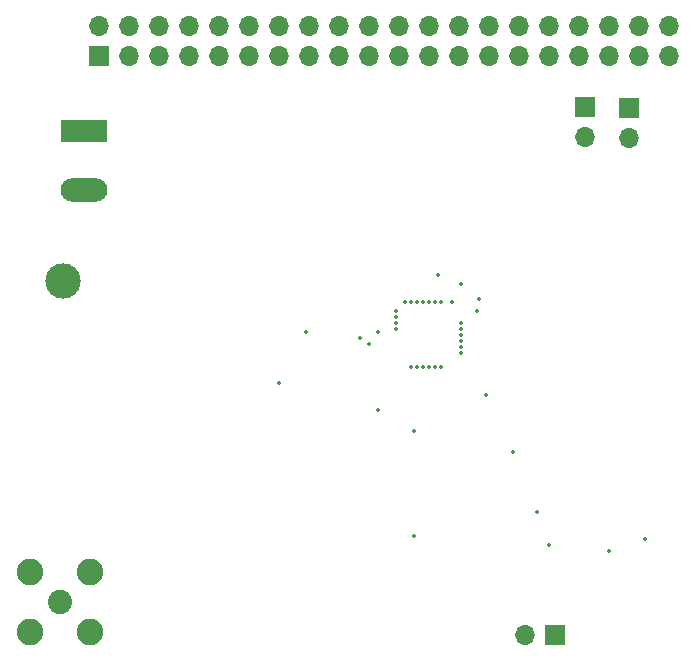
<source format=gbr>
G04 #@! TF.GenerationSoftware,KiCad,Pcbnew,(5.0.0)*
G04 #@! TF.CreationDate,2019-04-02T14:56:13-03:00*
G04 #@! TF.ProjectId,basic-hat,62617369632D6861742E6B696361645F,rev?*
G04 #@! TF.SameCoordinates,Original*
G04 #@! TF.FileFunction,Copper,L4,Bot,Signal*
G04 #@! TF.FilePolarity,Positive*
%FSLAX46Y46*%
G04 Gerber Fmt 4.6, Leading zero omitted, Abs format (unit mm)*
G04 Created by KiCad (PCBNEW (5.0.0)) date 04/02/19 14:56:13*
%MOMM*%
%LPD*%
G01*
G04 APERTURE LIST*
G04 #@! TA.AperFunction,ComponentPad*
%ADD10C,2.050000*%
G04 #@! TD*
G04 #@! TA.AperFunction,ComponentPad*
%ADD11C,2.250000*%
G04 #@! TD*
G04 #@! TA.AperFunction,ComponentPad*
%ADD12O,1.700000X1.700000*%
G04 #@! TD*
G04 #@! TA.AperFunction,ComponentPad*
%ADD13R,1.700000X1.700000*%
G04 #@! TD*
G04 #@! TA.AperFunction,ComponentPad*
%ADD14R,3.960000X1.980000*%
G04 #@! TD*
G04 #@! TA.AperFunction,ComponentPad*
%ADD15O,3.960000X1.980000*%
G04 #@! TD*
G04 #@! TA.AperFunction,ComponentPad*
%ADD16C,3.000000*%
G04 #@! TD*
G04 #@! TA.AperFunction,ViaPad*
%ADD17C,0.350000*%
G04 #@! TD*
G04 APERTURE END LIST*
D10*
G04 #@! TO.P,J1,1*
G04 #@! TO.N,Net-(ANT1-Pad1)*
X45212000Y-71882000D03*
D11*
G04 #@! TO.P,J1,2*
G04 #@! TO.N,Ground (VSS_PA)*
X47752000Y-74422000D03*
X47752000Y-69342000D03*
X42672000Y-69342000D03*
X42672000Y-74422000D03*
G04 #@! TD*
D12*
G04 #@! TO.P,J2,2*
G04 #@! TO.N,P0.09*
X84582000Y-74676000D03*
D13*
G04 #@! TO.P,J2,1*
G04 #@! TO.N,P0.10*
X87122000Y-74676000D03*
G04 #@! TD*
G04 #@! TO.P,J3,1*
G04 #@! TO.N,Net-(J3-Pad1)*
X93389001Y-30019001D03*
D12*
G04 #@! TO.P,J3,2*
G04 #@! TO.N,P0.01*
X93389001Y-32559001D03*
G04 #@! TD*
D13*
G04 #@! TO.P,J4,1*
G04 #@! TO.N,Net-(J4-Pad1)*
X89662000Y-29972000D03*
D12*
G04 #@! TO.P,J4,2*
G04 #@! TO.N,p0.00*
X89662000Y-32512000D03*
G04 #@! TD*
D13*
G04 #@! TO.P,J5,1*
G04 #@! TO.N,Net-(J5-Pad1)*
X48514000Y-25654000D03*
D12*
G04 #@! TO.P,J5,2*
G04 #@! TO.N,VDDH*
X48514000Y-23114000D03*
G04 #@! TO.P,J5,3*
G04 #@! TO.N,Net-(J5-Pad3)*
X51054000Y-25654000D03*
G04 #@! TO.P,J5,4*
G04 #@! TO.N,Net-(J5-Pad4)*
X51054000Y-23114000D03*
G04 #@! TO.P,J5,5*
G04 #@! TO.N,Net-(J5-Pad5)*
X53594000Y-25654000D03*
G04 #@! TO.P,J5,6*
G04 #@! TO.N,Ground (VSS_PA)*
X53594000Y-23114000D03*
G04 #@! TO.P,J5,7*
G04 #@! TO.N,Net-(J5-Pad7)*
X56134000Y-25654000D03*
G04 #@! TO.P,J5,8*
G04 #@! TO.N,Net-(J4-Pad1)*
X56134000Y-23114000D03*
G04 #@! TO.P,J5,9*
G04 #@! TO.N,Net-(J5-Pad9)*
X58674000Y-25654000D03*
G04 #@! TO.P,J5,10*
G04 #@! TO.N,Net-(J3-Pad1)*
X58674000Y-23114000D03*
G04 #@! TO.P,J5,11*
G04 #@! TO.N,Net-(J5-Pad11)*
X61214000Y-25654000D03*
G04 #@! TO.P,J5,12*
G04 #@! TO.N,Net-(J5-Pad12)*
X61214000Y-23114000D03*
G04 #@! TO.P,J5,13*
G04 #@! TO.N,Net-(J5-Pad13)*
X63754000Y-25654000D03*
G04 #@! TO.P,J5,14*
G04 #@! TO.N,Net-(J5-Pad14)*
X63754000Y-23114000D03*
G04 #@! TO.P,J5,15*
G04 #@! TO.N,Net-(J5-Pad15)*
X66294000Y-25654000D03*
G04 #@! TO.P,J5,16*
G04 #@! TO.N,Net-(J5-Pad16)*
X66294000Y-23114000D03*
G04 #@! TO.P,J5,17*
G04 #@! TO.N,Net-(J5-Pad17)*
X68834000Y-25654000D03*
G04 #@! TO.P,J5,18*
G04 #@! TO.N,Net-(J5-Pad18)*
X68834000Y-23114000D03*
G04 #@! TO.P,J5,19*
G04 #@! TO.N,Net-(J5-Pad19)*
X71374000Y-25654000D03*
G04 #@! TO.P,J5,20*
G04 #@! TO.N,Net-(J5-Pad20)*
X71374000Y-23114000D03*
G04 #@! TO.P,J5,21*
G04 #@! TO.N,Net-(J5-Pad21)*
X73914000Y-25654000D03*
G04 #@! TO.P,J5,22*
G04 #@! TO.N,Net-(J5-Pad22)*
X73914000Y-23114000D03*
G04 #@! TO.P,J5,23*
G04 #@! TO.N,Net-(J5-Pad23)*
X76454000Y-25654000D03*
G04 #@! TO.P,J5,24*
G04 #@! TO.N,Net-(J5-Pad24)*
X76454000Y-23114000D03*
G04 #@! TO.P,J5,25*
G04 #@! TO.N,Net-(J5-Pad25)*
X78994000Y-25654000D03*
G04 #@! TO.P,J5,26*
G04 #@! TO.N,Net-(J5-Pad26)*
X78994000Y-23114000D03*
G04 #@! TO.P,J5,27*
G04 #@! TO.N,Net-(J5-Pad27)*
X81534000Y-25654000D03*
G04 #@! TO.P,J5,28*
G04 #@! TO.N,Net-(J5-Pad28)*
X81534000Y-23114000D03*
G04 #@! TO.P,J5,29*
G04 #@! TO.N,Net-(J5-Pad29)*
X84074000Y-25654000D03*
G04 #@! TO.P,J5,30*
G04 #@! TO.N,Net-(J5-Pad30)*
X84074000Y-23114000D03*
G04 #@! TO.P,J5,31*
G04 #@! TO.N,Net-(J5-Pad31)*
X86614000Y-25654000D03*
G04 #@! TO.P,J5,32*
G04 #@! TO.N,Net-(J5-Pad32)*
X86614000Y-23114000D03*
G04 #@! TO.P,J5,33*
G04 #@! TO.N,Net-(J5-Pad33)*
X89154000Y-25654000D03*
G04 #@! TO.P,J5,34*
G04 #@! TO.N,Net-(J5-Pad34)*
X89154000Y-23114000D03*
G04 #@! TO.P,J5,35*
G04 #@! TO.N,Net-(J5-Pad35)*
X91694000Y-25654000D03*
G04 #@! TO.P,J5,36*
G04 #@! TO.N,Net-(J5-Pad36)*
X91694000Y-23114000D03*
G04 #@! TO.P,J5,37*
G04 #@! TO.N,Net-(J5-Pad37)*
X94234000Y-25654000D03*
G04 #@! TO.P,J5,38*
G04 #@! TO.N,Net-(J5-Pad38)*
X94234000Y-23114000D03*
G04 #@! TO.P,J5,39*
G04 #@! TO.N,Net-(J5-Pad39)*
X96774000Y-25654000D03*
G04 #@! TO.P,J5,40*
G04 #@! TO.N,Net-(J5-Pad40)*
X96774000Y-23114000D03*
G04 #@! TD*
D14*
G04 #@! TO.P,J7,1*
G04 #@! TO.N,+12V*
X47244000Y-32004000D03*
D15*
G04 #@! TO.P,J7,2*
G04 #@! TO.N,Ground (VSS_PA)*
X47244000Y-37004000D03*
G04 #@! TD*
D16*
G04 #@! TO.P,J8,1*
G04 #@! TO.N,Net-(IC1-Pad7)*
X45466000Y-44704000D03*
G04 #@! TD*
D17*
G04 #@! TO.N,VDDH*
X79204000Y-45002000D03*
X66040000Y-49022000D03*
G04 #@! TO.N,decusb3.3v*
X78454000Y-46526000D03*
X63754000Y-53340000D03*
G04 #@! TO.N,1.3vsup_decup(flash)(dec5)*
X72136000Y-49022000D03*
X94742000Y-66548000D03*
G04 #@! TO.N,XC2*
X85598000Y-64262000D03*
X75184000Y-57404000D03*
G04 #@! TO.N,XC1*
X75184000Y-66294000D03*
X86614000Y-67056000D03*
G04 #@! TO.N,P0.10*
X71374000Y-50038000D03*
G04 #@! TO.N,P0.09*
X70612000Y-49530000D03*
G04 #@! TO.N,P0.01*
X79204000Y-50776000D03*
G04 #@! TO.N,P0.18*
X76454000Y-46526000D03*
G04 #@! TO.N,DCCH*
X80684497Y-46225997D03*
X83566000Y-59182000D03*
G04 #@! TO.N,P1.01*
X73704000Y-47276000D03*
G04 #@! TO.N,P1.03*
X73704000Y-47776000D03*
G04 #@! TO.N,P1.05*
X73704000Y-48276000D03*
G04 #@! TO.N,P1.07*
X73704000Y-48776000D03*
G04 #@! TO.N,P1.08*
X79204000Y-48776000D03*
G04 #@! TO.N,P1.11*
X74954000Y-52026000D03*
G04 #@! TO.N,P1.12*
X75454000Y-52026000D03*
G04 #@! TO.N,P1.14*
X75954000Y-52026000D03*
G04 #@! TO.N,P0.03*
X76454000Y-52026000D03*
G04 #@! TO.N,P0.05*
X79204000Y-49776000D03*
G04 #@! TO.N,P0.07*
X79204000Y-49276000D03*
G04 #@! TO.N,P0.11*
X79204000Y-48276000D03*
G04 #@! TO.N,P0.14*
X77454000Y-46526000D03*
G04 #@! TO.N,P0.16*
X76954000Y-46526000D03*
G04 #@! TO.N,P0.19*
X75954000Y-46526000D03*
G04 #@! TO.N,P0.21*
X75454000Y-46526000D03*
G04 #@! TO.N,P0.23*
X74954000Y-46526000D03*
G04 #@! TO.N,P0.25*
X74454000Y-46526000D03*
G04 #@! TO.N,P0.28*
X76954000Y-52026000D03*
G04 #@! TO.N,P0.27*
X79204000Y-50276000D03*
G04 #@! TO.N,P0.30*
X77454000Y-52026000D03*
G04 #@! TO.N,psu_decup(dec3)*
X72136000Y-55626000D03*
X91694000Y-67564000D03*
G04 #@! TO.N,VDD(A22)*
X77216000Y-44196000D03*
X80518000Y-47244000D03*
X81280000Y-54356000D03*
G04 #@! TD*
M02*

</source>
